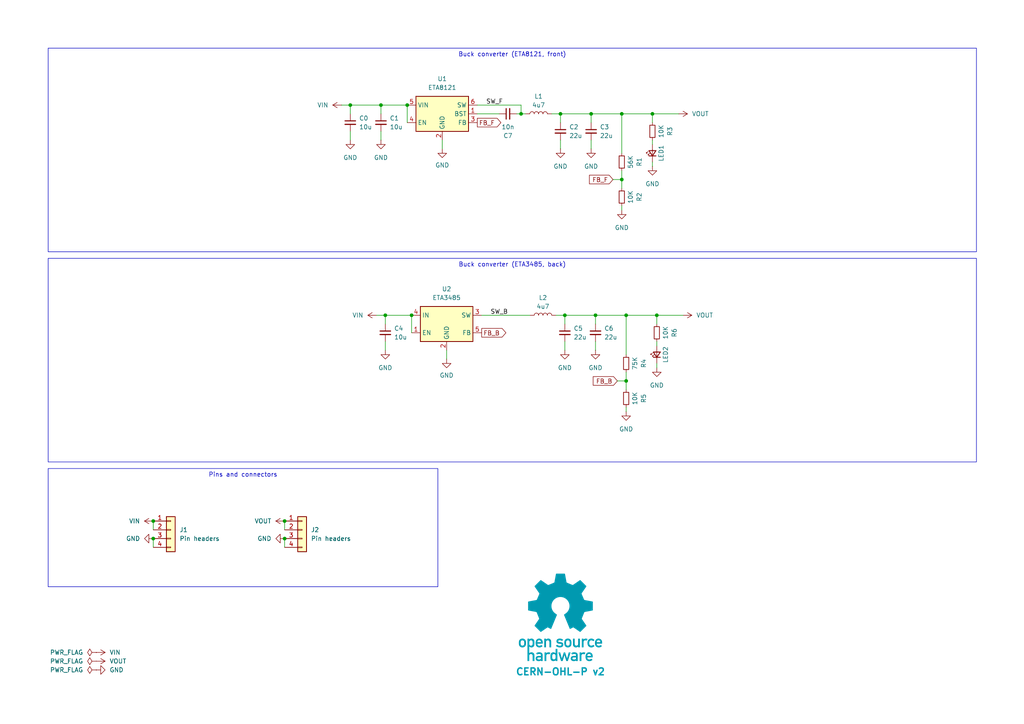
<source format=kicad_sch>
(kicad_sch (version 20231120) (generator "eeschema") (generator_version "8.0")
  (paper "A4")
  (lib_symbols
    (symbol "Connector_Generic:Conn_01x04" (pin_names (offset 1.016) hide)
      (property "Reference" "J" (at 0 5.08 0))
      (property "Value" "Conn_01x04" (at 0 -7.62 0))
      (symbol "Conn_01x04_1_1"
        (rectangle (start -1.27 -4.953) (end 0 -5.207) (stroke (width 0.1524)))
        (rectangle (start -1.27 -2.413) (end 0 -2.667) (stroke (width 0.1524)))
        (rectangle (start -1.27 0.127) (end 0 -0.127) (stroke (width 0.1524)))
        (rectangle (start -1.27 2.667) (end 0 2.413) (stroke (width 0.1524)))
        (rectangle (start -1.27 3.81) (end 1.27 -6.35) (stroke (width 0.254)) (fill (type background)))
        (pin passive line (at -5.08 2.54 0) (length 3.81) (name "Pin_1") (number "1"))
        (pin passive line (at -5.08 0 0) (length 3.81) (name "Pin_2") (number "2"))
        (pin passive line (at -5.08 -2.54 0) (length 3.81) (name "Pin_3") (number "3"))
        (pin passive line (at -5.08 -5.08 0) (length 3.81) (name "Pin_4") (number "4"))
      )
    )
    (symbol "Device:C_Small" (pin_numbers hide) (pin_names (offset 0.254) hide)
      (property "Reference" "C" (at 0.254 1.778 0))
      (property "Value" "C_Small" (at 0.254 -2.032 0))
      (symbol "C_Small_0_1"
        (polyline (pts (xy -1.524 -0.508) (xy 1.524 -0.508)) (stroke (width 0.3302)))
        (polyline (pts (xy -1.524 0.508) (xy 1.524 0.508)) (stroke (width 0.3048)))
      )
      (symbol "C_Small_1_1"
        (pin passive line (at 0 2.54 270) (length 2.032) (name "~") (number "1"))
        (pin passive line (at 0 -2.54 90) (length 2.032) (name "~") (number "2"))
      )
    )
    (symbol "Device:L" (pin_numbers hide) (pin_names (offset 1.016) hide)
      (property "Reference" "L" (at -1.27 0 90))
      (property "Value" "L" (at 1.905 0 90))
      (symbol "L_0_1"
        (arc (start 0 -2.54) (mid 0.6323 -1.905) (end 0 -1.27))
        (arc (start 0 -1.27) (mid 0.6323 -0.635) (end 0 0))
        (arc (start 0 0) (mid 0.6323 0.635) (end 0 1.27))
        (arc (start 0 1.27) (mid 0.6323 1.905) (end 0 2.54))
      )
      (symbol "L_1_1"
        (pin passive line (at 0 3.81 270) (length 1.27) (name "1") (number "1"))
        (pin passive line (at 0 -3.81 90) (length 1.27) (name "2") (number "2"))
      )
    )
    (symbol "Device:LED_Small" (pin_numbers hide) (pin_names (offset 0.254) hide)
      (property "Reference" "D" (at -1.27 3.175 0))
      (property "Value" "LED_Small" (at -4.445 -2.54 0))
      (symbol "LED_Small_0_1"
        (polyline (pts (xy -0.762 -1.016) (xy -0.762 1.016)) (stroke (width 0.254)))
        (polyline (pts (xy 1.016 0) (xy -0.762 0)))
        (polyline (pts (xy 0.762 -1.016) (xy -0.762 0) (xy 0.762 1.016) (xy 0.762 -1.016)) (stroke (width 0.254)))
        (polyline (pts (xy 0 0.762) (xy -0.508 1.27) (xy -0.254 1.27) (xy -0.508 1.27) (xy -0.508 1.016)))
        (polyline (pts (xy 0.508 1.27) (xy 0 1.778) (xy 0.254 1.778) (xy 0 1.778) (xy 0 1.524)))
      )
      (symbol "LED_Small_1_1"
        (pin passive line (at -2.54 0 0) (length 1.778) (name "K") (number "1"))
        (pin passive line (at 2.54 0 180) (length 1.778) (name "A") (number "2"))
      )
    )
    (symbol "Device:R_Small" (pin_numbers hide) (pin_names (offset 0.254) hide)
      (property "Reference" "R" (at 0.762 0.508 0))
      (property "Value" "R_Small" (at 0.762 -1.016 0))
      (symbol "R_Small_0_1"
        (rectangle (start -0.762 1.778) (end 0.762 -1.778) (stroke (width 0.2032)))
      )
      (symbol "R_Small_1_1"
        (pin passive line (at 0 2.54 270) (length 0.762) (name "~") (number "1"))
        (pin passive line (at 0 -2.54 90) (length 0.762) (name "~") (number "2"))
      )
    )
    (symbol "lcsc:ETA3485"
      (property "Reference" "U" (at -7.62 6.35 0))
      (property "Value" "ETA3485" (at -2.54 6.35 0))
      (symbol "ETA3485_0_1"
        (rectangle (start -7.62 5.08) (end 7.62 -5.08) (stroke (width 0.254)) (fill (type background)))
      )
      (symbol "ETA3485_1_1"
        (pin input line (at -10.16 -2.54 0) (length 2.54) (name "EN") (number "1"))
        (pin power_in line (at 0 -7.62 90) (length 2.54) (name "GND") (number "2"))
        (pin output line (at 10.16 2.54 180) (length 2.54) (name "SW") (number "3"))
        (pin power_in line (at -10.16 2.54 0) (length 2.54) (name "IN") (number "4"))
        (pin input line (at 10.16 -2.54 180) (length 2.54) (name "FB") (number "5"))
      )
    )
    (symbol "lcsc:ETA8121"
      (property "Reference" "U" (at -7.62 6.35 0))
      (property "Value" "ETA8121" (at -2.54 6.35 0))
      (symbol "ETA8121_0_1"
        (rectangle (start -7.62 5.08) (end 7.62 -5.08) (stroke (width 0.254)) (fill (type background)))
      )
      (symbol "ETA8121_1_1"
        (pin passive line (at 10.16 0 180) (length 2.54) (name "BST") (number "1"))
        (pin power_in line (at 0 -7.62 90) (length 2.54) (name "GND") (number "2"))
        (pin input line (at 10.16 -2.54 180) (length 2.54) (name "FB") (number "3"))
        (pin input line (at -10.16 -2.54 0) (length 2.54) (name "EN") (number "4"))
        (pin power_in line (at -10.16 2.54 0) (length 2.54) (name "VIN") (number "5"))
        (pin output line (at 10.16 2.54 180) (length 2.54) (name "SW") (number "6"))
      )
    )
    (symbol "power:GND" (power) (pin_numbers hide) (pin_names (offset 0) hide)
      (property "Value" "GND" (at 0 -3.81 0))
      (symbol "GND_0_1"
        (polyline (pts (xy 0 0) (xy 0 -1.27) (xy 1.27 -1.27) (xy 0 -2.54) (xy -1.27 -1.27) (xy 0 -1.27)))
      )
      (symbol "GND_1_1"
        (pin power_in line (at 0 0 270) (length 0) (name "~") (number "1"))
      )
    )
    (symbol "power:PWR_FLAG" (power) (pin_numbers hide) (pin_names (offset 0) hide)
      (property "Value" "PWR_FLAG" (at 0 3.81 0))
      (symbol "PWR_FLAG_0_0"
        (pin power_out line (at 0 0 90) (length 0) (name "~") (number "1"))
      )
      (symbol "PWR_FLAG_0_1"
        (polyline (pts (xy 0 0) (xy 0 1.27) (xy -1.016 1.905) (xy 0 2.54) (xy 1.016 1.905) (xy 0 1.27)))
      )
    )
    (symbol "power:VCC" (power) (pin_numbers hide) (pin_names (offset 0) hide)
      (property "Value" "VCC" (at 0 3.556 0))
      (symbol "VCC_0_1"
        (polyline (pts (xy -0.762 1.27) (xy 0 2.54)))
        (polyline (pts (xy 0 0) (xy 0 2.54)))
        (polyline (pts (xy 0 2.54) (xy 0.762 1.27)))
      )
      (symbol "VCC_1_1"
        (pin power_in line (at 0 0 90) (length 0) (name "~") (number "1"))
      )
    )
  )
  (junction (at 163.83 91.44))
  (junction (at 180.34 52.07))
  (junction (at 151.13 33.02))
  (junction (at 190.5 91.44))
  (junction (at 82.55 151.13))
  (junction (at 119.38 91.44))
  (junction (at 171.45 33.02))
  (junction (at 189.23 33.02))
  (junction (at 111.76 91.44))
  (junction (at 180.34 33.02))
  (junction (at 118.11 30.48))
  (junction (at 110.49 30.48))
  (junction (at 172.72 91.44))
  (junction (at 162.56 33.02))
  (junction (at 181.61 91.44))
  (junction (at 101.6 30.48))
  (junction (at 44.45 156.21))
  (junction (at 44.45 151.13))
  (junction (at 82.55 156.21))
  (junction (at 181.61 110.49))
  (wire (pts (xy 162.56 33.02) (xy 162.56 35.56)))
  (wire (pts (xy 44.45 156.21) (xy 44.45 158.75)))
  (wire (pts (xy 177.8 52.07) (xy 180.34 52.07)))
  (wire (pts (xy 101.6 38.1) (xy 101.6 40.64)))
  (wire (pts (xy 128.27 43.18) (xy 128.27 40.64)))
  (wire (pts (xy 181.61 107.95) (xy 181.61 110.49)))
  (wire (pts (xy 180.34 33.02) (xy 189.23 33.02)))
  (wire (pts (xy 172.72 93.98) (xy 172.72 91.44)))
  (wire (pts (xy 160.02 33.02) (xy 162.56 33.02)))
  (wire (pts (xy 111.76 91.44) (xy 119.38 91.44)))
  (wire (pts (xy 101.6 30.48) (xy 110.49 30.48)))
  (wire (pts (xy 196.85 33.02) (xy 189.23 33.02)))
  (wire (pts (xy 138.43 33.02) (xy 144.78 33.02)))
  (wire (pts (xy 119.38 91.44) (xy 119.38 96.52)))
  (wire (pts (xy 198.12 91.44) (xy 190.5 91.44)))
  (wire (pts (xy 172.72 101.6) (xy 172.72 99.06)))
  (wire (pts (xy 189.23 40.64) (xy 189.23 41.91)))
  (wire (pts (xy 190.5 93.98) (xy 190.5 91.44)))
  (wire (pts (xy 99.06 30.48) (xy 101.6 30.48)))
  (wire (pts (xy 109.22 91.44) (xy 111.76 91.44)))
  (wire (pts (xy 44.45 151.13) (xy 44.45 153.67)))
  (wire (pts (xy 181.61 91.44) (xy 181.61 102.87)))
  (wire (pts (xy 82.55 151.13) (xy 82.55 153.67)))
  (wire (pts (xy 149.86 33.02) (xy 151.13 33.02)))
  (wire (pts (xy 181.61 91.44) (xy 172.72 91.44)))
  (wire (pts (xy 189.23 35.56) (xy 189.23 33.02)))
  (wire (pts (xy 110.49 33.02) (xy 110.49 30.48)))
  (wire (pts (xy 171.45 35.56) (xy 171.45 33.02)))
  (wire (pts (xy 180.34 60.96) (xy 180.34 59.69)))
  (wire (pts (xy 163.83 101.6) (xy 163.83 99.06)))
  (wire (pts (xy 180.34 33.02) (xy 180.34 44.45)))
  (wire (pts (xy 139.7 91.44) (xy 153.67 91.44)))
  (wire (pts (xy 162.56 33.02) (xy 171.45 33.02)))
  (wire (pts (xy 151.13 30.48) (xy 151.13 33.02)))
  (wire (pts (xy 163.83 91.44) (xy 163.83 93.98)))
  (wire (pts (xy 82.55 156.21) (xy 82.55 158.75)))
  (wire (pts (xy 180.34 33.02) (xy 171.45 33.02)))
  (wire (pts (xy 181.61 91.44) (xy 190.5 91.44)))
  (wire (pts (xy 110.49 30.48) (xy 118.11 30.48)))
  (wire (pts (xy 181.61 110.49) (xy 181.61 113.03)))
  (wire (pts (xy 190.5 106.68) (xy 190.5 105.41)))
  (wire (pts (xy 111.76 93.98) (xy 111.76 91.44)))
  (wire (pts (xy 129.54 104.14) (xy 129.54 101.6)))
  (wire (pts (xy 163.83 91.44) (xy 172.72 91.44)))
  (wire (pts (xy 180.34 49.53) (xy 180.34 52.07)))
  (wire (pts (xy 171.45 43.18) (xy 171.45 40.64)))
  (wire (pts (xy 138.43 30.48) (xy 151.13 30.48)))
  (wire (pts (xy 161.29 91.44) (xy 163.83 91.44)))
  (wire (pts (xy 180.34 52.07) (xy 180.34 54.61)))
  (wire (pts (xy 111.76 101.6) (xy 111.76 99.06)))
  (wire (pts (xy 179.07 110.49) (xy 181.61 110.49)))
  (wire (pts (xy 162.56 43.18) (xy 162.56 40.64)))
  (wire (pts (xy 101.6 30.48) (xy 101.6 33.02)))
  (wire (pts (xy 110.49 40.64) (xy 110.49 38.1)))
  (wire (pts (xy 190.5 99.06) (xy 190.5 100.33)))
  (wire (pts (xy 118.11 30.48) (xy 118.11 35.56)))
  (wire (pts (xy 189.23 48.26) (xy 189.23 46.99)))
  (wire (pts (xy 181.61 119.38) (xy 181.61 118.11)))
  (wire (pts (xy 151.13 33.02) (xy 152.4 33.02)))
  (image (at 162.56 179.07) (scale 0.37481))
  (text_box "Pins and connectors" (at 13.97 135.89 0) (size 113.03 34.29) (effects (font (size 1.27 1.27)) (justify top)))
  (text_box "Buck converter (ETA8121, front)" (at 13.97 13.97 0) (size 269.24 59.055) (effects (font (size 1.27 1.27)) (justify top)))
  (text_box "Buck converter (ETA3485, back)" (at 13.97 74.93 0) (size 269.24 59.055) (effects (font (size 1.27 1.27)) (justify top)))
  (text "CERN-OHL-P v2" (at 162.56 195.072 0) (effects (font (size 2 2) (thickness 0.4) (bold yes))))
  (label "SW_B" (at 142.24 91.44 0))
  (label "SW_F" (at 140.97 30.48 0))
  (global_label "FB_F" (shape output) (at 138.43 35.56 0) (property "Intersheetrefs" "${INTERSHEET_REFS}" (effects (hide yes))))
  (global_label "FB_B" (shape input) (at 179.07 110.49 180) (property "Intersheetrefs" "${INTERSHEET_REFS}" (effects (hide yes))))
  (global_label "FB_F" (shape input) (at 177.8 52.07 180) (property "Intersheetrefs" "${INTERSHEET_REFS}" (effects (hide yes))))
  (global_label "FB_B" (shape output) (at 139.7 96.52 0) (property "Intersheetrefs" "${INTERSHEET_REFS}" (effects (hide yes))))
  (symbol (lib_id "Device:LED_Small") (at 190.5 102.87 90) (unit 1)
    (property "Reference" "LED2" (at 193.04 102.87 0))
    (property "Value" "LED_Small" (effects (hide yes)))
    (property "Footprint" "custom:LED_0603_1608Metric_Pad1.05x0.95mm_HandSolder_simple" (effects (hide yes)))
    (property "Description" "Light emitting diode, small symbol" (effects (hide yes)))
  )
  (symbol (lib_id "Device:C_Small") (at 147.32 33.02 90) (mirror x) (unit 1)
    (property "Reference" "C7" (at 147.3263 39.37 90))
    (property "Value" "10n" (at 147.3263 36.83 90))
    (property "Footprint" "custom:C_0603_1608Metric_Pad1.08x0.95mm_HandSolder" (effects (hide yes)))
    (property "Description" "Unpolarized capacitor, small symbol" (effects (hide yes)))
  )
  (symbol (lib_id "Device:LED_Small") (at 189.23 44.45 90) (unit 1)
    (property "Reference" "LED1" (at 191.77 44.45 0))
    (property "Value" "LED_Small" (effects (hide yes)))
    (property "Footprint" "custom:LED_0603_1608Metric_Pad1.05x0.95mm_HandSolder_simple" (effects (hide yes)))
    (property "Description" "Light emitting diode, small symbol" (effects (hide yes)))
  )
  (symbol (lib_id "power:GND") (at 171.45 43.18 0) (unit 1)
    (property "Reference" "#PWR017" (effects (hide yes)))
    (property "Value" "GND" (at 171.45 48.26 0))
    (property "Description" "Power symbol creates a global label with name \"GND\" , ground" (effects (hide yes)))
  )
  (symbol (lib_id "Device:R_Small") (at 180.34 46.99 0) (mirror x) (unit 1)
    (property "Reference" "R1" (at 185.42 46.99 90))
    (property "Value" "56K" (at 182.88 46.99 90))
    (property "Footprint" "Resistor_SMD:R_0603_1608Metric_Pad0.98x0.95mm_HandSolder" (effects (hide yes)))
    (property "Description" "Resistor, small symbol" (effects (hide yes)))
  )
  (symbol (lib_id "power:PWR_FLAG") (at 27.94 189.23 90) (unit 1)
    (property "Reference" "#FLG03" (effects (hide yes)))
    (property "Value" "PWR_FLAG" (at 24.13 189.2299 90) (effects (justify left)))
    (property "Description" "Special symbol for telling ERC where power comes from" (effects (hide yes)))
  )
  (symbol (lib_id "lcsc:ETA8121") (at 128.27 33.02 0) (unit 1)
    (property "Reference" "U1" (at 128.27 22.86 0))
    (property "Value" "ETA8121" (at 128.27 25.4 0))
    (property "Footprint" "custom:SOT-23-6_simple" (effects (hide yes)))
    (property "Datasheet" "https://www.lcsc.com/datasheet/lcsc_datasheet_2409300634_etasolution-ETA8121S2G_C7465509.pdf" (effects (hide yes)))
    (property "Description" "2A Synchronous Step-Down Voltage Regulator, Adjustable Output Voltage, 4.2-28V Input Voltage, SOT-23-6" (effects (hide yes)))
    (property "LCSC Part" "C7465509" (effects (hide yes)))
  )
  (symbol (lib_id "power:VCC") (at 44.45 151.13 90) (mirror x) (unit 1)
    (property "Reference" "#PWR04" (effects (hide yes)))
    (property "Value" "VIN" (at 40.64 151.1299 90) (effects (justify left)))
    (property "Description" "Power symbol creates a global label with name \"VCC\"" (effects (hide yes)))
  )
  (symbol (lib_id "power:GND") (at 129.54 104.14 0) (unit 1)
    (property "Reference" "#PWR012" (effects (hide yes)))
    (property "Value" "GND" (at 129.54 108.8701 0))
    (property "Description" "Power symbol creates a global label with name \"GND\" , ground" (effects (hide yes)))
  )
  (symbol (lib_id "power:GND") (at 162.56 43.18 0) (unit 1)
    (property "Reference" "#PWR016" (effects (hide yes)))
    (property "Value" "GND" (at 162.56 48.26 0))
    (property "Description" "Power symbol creates a global label with name \"GND\" , ground" (effects (hide yes)))
  )
  (symbol (lib_id "Device:R_Small") (at 181.61 105.41 0) (mirror x) (unit 1)
    (property "Reference" "R4" (at 186.69 105.41 90))
    (property "Value" "75K" (at 184.15 105.41 90))
    (property "Footprint" "Resistor_SMD:R_0603_1608Metric_Pad0.98x0.95mm_HandSolder" (effects (hide yes)))
    (property "Description" "Resistor, small symbol" (effects (hide yes)))
  )
  (symbol (lib_id "Device:R_Small") (at 190.5 96.52 0) (mirror x) (unit 1)
    (property "Reference" "R6" (at 195.58 96.52 90))
    (property "Value" "10K" (at 193.04 96.52 90))
    (property "Footprint" "Resistor_SMD:R_0603_1608Metric_Pad0.98x0.95mm_HandSolder" (effects (hide yes)))
    (property "Description" "Resistor, small symbol" (effects (hide yes)))
  )
  (symbol (lib_id "Device:C_Small") (at 171.45 38.1 0) (unit 1)
    (property "Reference" "C3" (at 173.99 36.8362 0) (effects (justify left)))
    (property "Value" "22u" (at 173.99 39.3762 0) (effects (justify left)))
    (property "Footprint" "custom:C_0603_1608Metric_Pad1.08x0.95mm_HandSolder" (effects (hide yes)))
    (property "Description" "Unpolarized capacitor, small symbol" (effects (hide yes)))
  )
  (symbol (lib_id "Device:R_Small") (at 181.61 115.57 0) (mirror x) (unit 1)
    (property "Reference" "R5" (at 186.69 115.57 90))
    (property "Value" "10K" (at 184.15 115.57 90))
    (property "Footprint" "Resistor_SMD:R_0603_1608Metric_Pad0.98x0.95mm_HandSolder" (effects (hide yes)))
    (property "Description" "Resistor, small symbol" (effects (hide yes)))
  )
  (symbol (lib_id "Device:C_Small") (at 101.6 35.56 0) (unit 1)
    (property "Reference" "C0" (at 104.14 34.2962 0) (effects (justify left)))
    (property "Value" "10u" (at 104.14 36.8362 0) (effects (justify left)))
    (property "Footprint" "custom:C_0603_1608Metric_Pad1.08x0.95mm_HandSolder" (effects (hide yes)))
    (property "Description" "Unpolarized capacitor, small symbol" (effects (hide yes)))
  )
  (symbol (lib_id "Device:C_Small") (at 163.83 96.52 0) (unit 1)
    (property "Reference" "C5" (at 166.37 95.2562 0) (effects (justify left)))
    (property "Value" "22u" (at 166.37 97.7962 0) (effects (justify left)))
    (property "Footprint" "custom:C_0603_1608Metric_Pad1.08x0.95mm_HandSolder" (effects (hide yes)))
    (property "Description" "Unpolarized capacitor, small symbol" (effects (hide yes)))
  )
  (symbol (lib_id "power:VCC") (at 27.94 191.77 270) (unit 1)
    (property "Reference" "#PWR01" (effects (hide yes)))
    (property "Value" "VOUT" (at 31.75 191.7699 90) (effects (justify left)))
    (property "Description" "Power symbol creates a global label with name \"VCC\"" (effects (hide yes)))
  )
  (symbol (lib_id "power:GND") (at 128.27 43.18 0) (unit 1)
    (property "Reference" "#PWR015" (effects (hide yes)))
    (property "Value" "GND" (at 128.27 47.9101 0))
    (property "Description" "Power symbol creates a global label with name \"GND\" , ground" (effects (hide yes)))
  )
  (symbol (lib_id "power:GND") (at 190.5 106.68 0) (unit 1)
    (property "Reference" "#PWR022" (effects (hide yes)))
    (property "Value" "GND" (at 190.5 111.76 0))
    (property "Description" "Power symbol creates a global label with name \"GND\" , ground" (effects (hide yes)))
  )
  (symbol (lib_id "lcsc:ETA3485") (at 129.54 93.98 0) (unit 1)
    (property "Reference" "U2" (at 129.54 83.82 0))
    (property "Value" "ETA3485" (at 129.54 86.36 0))
    (property "Footprint" "custom:SOT-23-5_simple" (effects (hide yes)))
    (property "Datasheet" "https://www.lcsc.com/datasheet/lcsc_datasheet_2307171444_etasolution-ETA3485S2F_C7465518.pdf" (effects (hide yes)))
    (property "Description" "1.5A Synchronous Step-Down Voltage Regulator, Adjustable Output Voltage, 2.6-7V Input Voltage, SOT-23-5L" (effects (hide yes)))
    (property "LCSC Part" "C7465518" (effects (hide yes)))
  )
  (symbol (lib_id "power:GND") (at 101.6 40.64 0) (unit 1)
    (property "Reference" "#PWR024" (effects (hide yes)))
    (property "Value" "GND" (at 101.6 45.72 0))
    (property "Description" "Power symbol creates a global label with name \"GND\" , ground" (effects (hide yes)))
  )
  (symbol (lib_id "power:VCC") (at 109.22 91.44 90) (unit 1)
    (property "Reference" "#PWR010" (effects (hide yes)))
    (property "Value" "VIN" (at 105.41 91.4399 90) (effects (justify left)))
    (property "Description" "Power symbol creates a global label with name \"VCC\"" (effects (hide yes)))
  )
  (symbol (lib_id "power:GND") (at 44.45 156.21 270) (mirror x) (unit 1)
    (property "Reference" "#PWR05" (effects (hide yes)))
    (property "Value" "GND" (at 40.64 156.2099 90) (effects (justify right)))
    (property "Description" "Power symbol creates a global label with name \"GND\" , ground" (effects (hide yes)))
  )
  (symbol (lib_id "Device:C_Small") (at 162.56 38.1 0) (unit 1)
    (property "Reference" "C2" (at 165.1 36.8362 0) (effects (justify left)))
    (property "Value" "22u" (at 165.1 39.3762 0) (effects (justify left)))
    (property "Footprint" "custom:C_0603_1608Metric_Pad1.08x0.95mm_HandSolder" (effects (hide yes)))
    (property "Description" "Unpolarized capacitor, small symbol" (effects (hide yes)))
  )
  (symbol (lib_id "power:GND") (at 27.94 194.31 90) (unit 1)
    (property "Reference" "#PWR02" (effects (hide yes)))
    (property "Value" "GND" (at 31.75 194.3099 90) (effects (justify right)))
    (property "Description" "Power symbol creates a global label with name \"GND\" , ground" (effects (hide yes)))
  )
  (symbol (lib_id "power:GND") (at 172.72 101.6 0) (unit 1)
    (property "Reference" "#PWR014" (effects (hide yes)))
    (property "Value" "GND" (at 172.72 106.68 0))
    (property "Description" "Power symbol creates a global label with name \"GND\" , ground" (effects (hide yes)))
  )
  (symbol (lib_id "Connector_Generic:Conn_01x04") (at 87.63 153.67 0) (unit 1)
    (property "Reference" "J2" (at 90.17 153.6699 0) (effects (justify left)))
    (property "Value" "Pin headers" (at 90.17 156.2099 0) (effects (justify left)))
    (property "Footprint" "custom:PinHeader_1x04_P2.54mm_Vertical_simple_pad3,4gnd" (effects (hide yes)))
    (property "Description" "Generic connector, single row, 01x04, script generated (kicad-library-utils/schlib/autogen/connector/)" (effects (hide yes)))
  )
  (symbol (lib_id "Device:L") (at 156.21 33.02 90) (unit 1)
    (property "Reference" "L1" (at 156.21 27.94 90))
    (property "Value" "4u7" (at 156.21 30.48 90))
    (property "Footprint" "lcsc:IND-SMD_L2.5-W2.0_MHCHL2520" (effects (hide yes)))
    (property "Description" "Inductor" (effects (hide yes)))
  )
  (symbol (lib_id "power:GND") (at 163.83 101.6 0) (unit 1)
    (property "Reference" "#PWR013" (effects (hide yes)))
    (property "Value" "GND" (at 163.83 106.68 0))
    (property "Description" "Power symbol creates a global label with name \"GND\" , ground" (effects (hide yes)))
  )
  (symbol (lib_id "power:GND") (at 181.61 119.38 0) (unit 1)
    (property "Reference" "#PWR021" (effects (hide yes)))
    (property "Value" "GND" (at 181.61 124.46 0))
    (property "Description" "Power symbol creates a global label with name \"GND\" , ground" (effects (hide yes)))
  )
  (symbol (lib_id "power:VCC") (at 99.06 30.48 90) (unit 1)
    (property "Reference" "#PWR08" (effects (hide yes)))
    (property "Value" "VIN" (at 95.25 30.4799 90) (effects (justify left)))
    (property "Description" "Power symbol creates a global label with name \"VCC\"" (effects (hide yes)))
  )
  (symbol (lib_id "power:GND") (at 111.76 101.6 0) (unit 1)
    (property "Reference" "#PWR011" (effects (hide yes)))
    (property "Value" "GND" (at 111.76 106.68 0))
    (property "Description" "Power symbol creates a global label with name \"GND\" , ground" (effects (hide yes)))
  )
  (symbol (lib_id "power:VCC") (at 27.94 189.23 270) (unit 1)
    (property "Reference" "#PWR03" (effects (hide yes)))
    (property "Value" "VIN" (at 31.75 189.2299 90) (effects (justify left)))
    (property "Description" "Power symbol creates a global label with name \"VCC\"" (effects (hide yes)))
  )
  (symbol (lib_id "power:PWR_FLAG") (at 27.94 191.77 90) (unit 1)
    (property "Reference" "#FLG01" (effects (hide yes)))
    (property "Value" "PWR_FLAG" (at 24.13 191.7699 90) (effects (justify left)))
    (property "Description" "Special symbol for telling ERC where power comes from" (effects (hide yes)))
  )
  (symbol (lib_id "Device:R_Small") (at 189.23 38.1 0) (mirror x) (unit 1)
    (property "Reference" "R3" (at 194.31 38.1 90))
    (property "Value" "10K" (at 191.77 38.1 90))
    (property "Footprint" "Resistor_SMD:R_0603_1608Metric_Pad0.98x0.95mm_HandSolder" (effects (hide yes)))
    (property "Description" "Resistor, small symbol" (effects (hide yes)))
  )
  (symbol (lib_id "power:VCC") (at 198.12 91.44 270) (unit 1)
    (property "Reference" "#PWR023" (effects (hide yes)))
    (property "Value" "VOUT" (at 201.93 91.4401 90) (effects (justify left)))
    (property "Description" "Power symbol creates a global label with name \"VCC\"" (effects (hide yes)))
  )
  (symbol (lib_id "Device:R_Small") (at 180.34 57.15 0) (mirror x) (unit 1)
    (property "Reference" "R2" (at 185.42 57.15 90))
    (property "Value" "10K" (at 182.88 57.15 90))
    (property "Footprint" "Resistor_SMD:R_0603_1608Metric_Pad0.98x0.95mm_HandSolder" (effects (hide yes)))
    (property "Description" "Resistor, small symbol" (effects (hide yes)))
  )
  (symbol (lib_id "power:PWR_FLAG") (at 27.94 194.31 90) (unit 1)
    (property "Reference" "#FLG02" (effects (hide yes)))
    (property "Value" "PWR_FLAG" (at 24.13 194.3099 90) (effects (justify left)))
    (property "Description" "Special symbol for telling ERC where power comes from" (effects (hide yes)))
  )
  (symbol (lib_id "power:GND") (at 180.34 60.96 0) (unit 1)
    (property "Reference" "#PWR020" (effects (hide yes)))
    (property "Value" "GND" (at 180.34 66.04 0))
    (property "Description" "Power symbol creates a global label with name \"GND\" , ground" (effects (hide yes)))
  )
  (symbol (lib_id "Connector_Generic:Conn_01x04") (at 49.53 153.67 0) (unit 1)
    (property "Reference" "J1" (at 52.07 153.6699 0) (effects (justify left)))
    (property "Value" "Pin headers" (at 52.07 156.2099 0) (effects (justify left)))
    (property "Footprint" "custom:PinHeader_1x04_P2.54mm_Vertical_simple_pad3,4gnd" (effects (hide yes)))
    (property "Description" "Generic connector, single row, 01x04, script generated (kicad-library-utils/schlib/autogen/connector/)" (effects (hide yes)))
  )
  (symbol (lib_id "power:VCC") (at 196.85 33.02 270) (unit 1)
    (property "Reference" "#PWR018" (effects (hide yes)))
    (property "Value" "VOUT" (at 200.66 33.0201 90) (effects (justify left)))
    (property "Description" "Power symbol creates a global label with name \"VCC\"" (effects (hide yes)))
  )
  (symbol (lib_id "Device:C_Small") (at 110.49 35.56 0) (unit 1)
    (property "Reference" "C1" (at 113.03 34.2962 0) (effects (justify left)))
    (property "Value" "10u" (at 113.03 36.8362 0) (effects (justify left)))
    (property "Footprint" "custom:C_0603_1608Metric_Pad1.08x0.95mm_HandSolder" (effects (hide yes)))
    (property "Description" "Unpolarized capacitor, small symbol" (effects (hide yes)))
  )
  (symbol (lib_id "power:GND") (at 82.55 156.21 270) (mirror x) (unit 1)
    (property "Reference" "#PWR07" (effects (hide yes)))
    (property "Value" "GND" (at 78.74 156.2099 90) (effects (justify right)))
    (property "Description" "Power symbol creates a global label with name \"GND\" , ground" (effects (hide yes)))
  )
  (symbol (lib_id "power:GND") (at 110.49 40.64 0) (unit 1)
    (property "Reference" "#PWR09" (effects (hide yes)))
    (property "Value" "GND" (at 110.49 45.72 0))
    (property "Description" "Power symbol creates a global label with name \"GND\" , ground" (effects (hide yes)))
  )
  (symbol (lib_id "Device:L") (at 157.48 91.44 90) (unit 1)
    (property "Reference" "L2" (at 157.48 86.36 90))
    (property "Value" "4u7" (at 157.48 88.9 90))
    (property "Footprint" "lcsc:IND-SMD_L2.5-W2.0_MHCHL2520" (effects (hide yes)))
    (property "Description" "Inductor" (effects (hide yes)))
  )
  (symbol (lib_id "Device:C_Small") (at 172.72 96.52 0) (unit 1)
    (property "Reference" "C6" (at 175.26 95.2562 0) (effects (justify left)))
    (property "Value" "22u" (at 175.26 97.7962 0) (effects (justify left)))
    (property "Footprint" "custom:C_0603_1608Metric_Pad1.08x0.95mm_HandSolder" (effects (hide yes)))
    (property "Description" "Unpolarized capacitor, small symbol" (effects (hide yes)))
  )
  (symbol (lib_id "Device:C_Small") (at 111.76 96.52 0) (unit 1)
    (property "Reference" "C4" (at 114.3 95.2562 0) (effects (justify left)))
    (property "Value" "10u" (at 114.3 97.7962 0) (effects (justify left)))
    (property "Footprint" "custom:C_0603_1608Metric_Pad1.08x0.95mm_HandSolder" (effects (hide yes)))
    (property "Description" "Unpolarized capacitor, small symbol" (effects (hide yes)))
  )
  (symbol (lib_id "power:GND") (at 189.23 48.26 0) (unit 1)
    (property "Reference" "#PWR019" (effects (hide yes)))
    (property "Value" "GND" (at 189.23 53.34 0))
    (property "Description" "Power symbol creates a global label with name \"GND\" , ground" (effects (hide yes)))
  )
  (symbol (lib_id "power:VCC") (at 82.55 151.13 90) (mirror x) (unit 1)
    (property "Reference" "#PWR06" (effects (hide yes)))
    (property "Value" "VOUT" (at 78.74 151.1299 90) (effects (justify left)))
    (property "Description" "Power symbol creates a global label with name \"VCC\"" (effects (hide yes)))
  )
)
</source>
